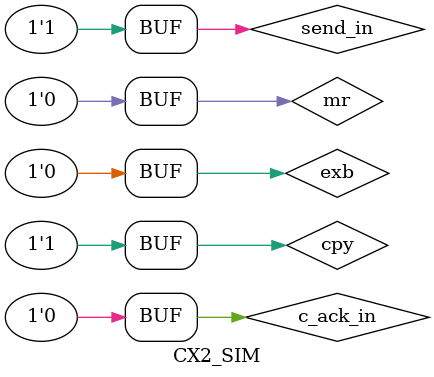
<source format=v>
`timescale 1ns / 100ps
module CX2_SIM();
    reg send_in, cpy, exb, mr, c_ack_in;
    wire c_send_out, c_ack_out, cx2_ack_out, cx2_send_out, cx2_cp, c_cp, feb;
    CX2 cx2(.Send_in(send_in), .Ack_in(c_ack_out), .CPY(cpy), .EXB(exb), .MR(mr), 
            .Ack_out(cx2_ack_out), .Send_out(cx2_send_out), .CP(cx2_cp), .FEB(feb));
    C c(.Send_in(cx2_send_out), .Ack_in(c_ack_in), .MR(mr), .Ack_out(c_ack_out), .Send_out(c_send_out), .CP(c_cp));

    initial begin
        send_in = 1;
        c_ack_in = 1;
        exb = 1;
        cpy = 1;
        mr = 1;
    #50 mr = 0;
    #10 send_in = 0;   
    #10 send_in = 1; 

    #10 send_in = 0;
        exb = 0;   
    #10 send_in = 1;

    #10 send_in = 0;   
    #10 send_in = 1;
    end

    initial begin
        #105 c_ack_in = 0;
        #15 c_ack_in = 1;
        #15 c_ack_in = 0;

        //ついか
        #15 c_ack_in = 1;
        #15 c_ack_in = 0;
    end

endmodule
</source>
